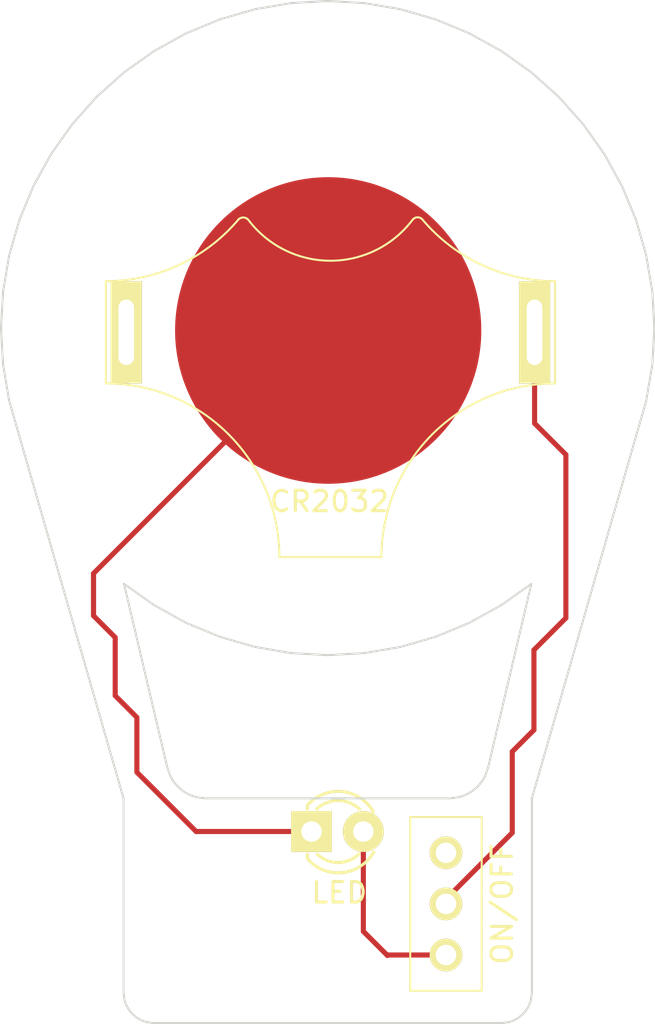
<source format=kicad_pcb>
(kicad_pcb (version 4) (host pcbnew 4.0.4-stable)

  (general
    (links 4)
    (no_connects 2)
    (area 116.455599 73.089199 148.555601 123.189201)
    (thickness 1.6)
    (drawings 94)
    (tracks 22)
    (zones 0)
    (modules 3)
    (nets 5)
  )

  (page A4)
  (layers
    (0 F.Cu signal)
    (31 B.Cu signal)
    (32 B.Adhes user)
    (33 F.Adhes user)
    (34 B.Paste user)
    (35 F.Paste user)
    (36 B.SilkS user)
    (37 F.SilkS user)
    (38 B.Mask user)
    (39 F.Mask user)
    (40 Dwgs.User user)
    (41 Cmts.User user)
    (42 Eco1.User user)
    (43 Eco2.User user)
    (44 Edge.Cuts user)
    (45 Margin user)
    (46 B.CrtYd user)
    (47 F.CrtYd user)
    (48 B.Fab user)
    (49 F.Fab user)
  )

  (setup
    (last_trace_width 0.25)
    (trace_clearance 0.2)
    (zone_clearance 0.508)
    (zone_45_only no)
    (trace_min 0.2)
    (segment_width 0.2)
    (edge_width 0.2)
    (via_size 0.6)
    (via_drill 0.4)
    (via_min_size 0.4)
    (via_min_drill 0.3)
    (uvia_size 0.3)
    (uvia_drill 0.1)
    (uvias_allowed no)
    (uvia_min_size 0.2)
    (uvia_min_drill 0.1)
    (pcb_text_width 0.3)
    (pcb_text_size 1.5 1.5)
    (mod_edge_width 0.15)
    (mod_text_size 1 1)
    (mod_text_width 0.15)
    (pad_size 5.5 5.5)
    (pad_drill 4)
    (pad_to_mask_clearance 0.2)
    (aux_axis_origin 0 0)
    (visible_elements 7FFFFFFF)
    (pcbplotparams
      (layerselection 0x010fc_80000001)
      (usegerberextensions true)
      (excludeedgelayer true)
      (linewidth 0.100000)
      (plotframeref false)
      (viasonmask false)
      (mode 1)
      (useauxorigin false)
      (hpglpennumber 1)
      (hpglpenspeed 20)
      (hpglpendiameter 15)
      (hpglpenoverlay 2)
      (psnegative false)
      (psa4output false)
      (plotreference true)
      (plotvalue true)
      (plotinvisibletext false)
      (padsonsilk false)
      (subtractmaskfromsilk false)
      (outputformat 1)
      (mirror false)
      (drillshape 0)
      (scaleselection 1)
      (outputdirectory Gerber/))
  )

  (net 0 "")
  (net 1 "Net-(BT1-Pad1)")
  (net 2 GND)
  (net 3 "Net-(D1-Pad2)")
  (net 4 "Net-(SW2-Pad1)")

  (net_class Default "This is the default net class."
    (clearance 0.2)
    (trace_width 0.25)
    (via_dia 0.6)
    (via_drill 0.4)
    (uvia_dia 0.3)
    (uvia_drill 0.1)
    (add_net GND)
    (add_net "Net-(BT1-Pad1)")
    (add_net "Net-(D1-Pad2)")
    (add_net "Net-(SW2-Pad1)")
  )

  (module CR2032:CR2032 (layer F.Cu) (tedit 5797639A) (tstamp 57976167)
    (at 132.6388 89.3445)
    (path /570E4477)
    (fp_text reference BT1 (at 0 8.89) (layer F.SilkS) hide
      (effects (font (size 1 1) (thickness 0.15)))
    )
    (fp_text value CR2032 (at -0.0508 8.27278 180) (layer F.SilkS)
      (effects (font (size 1 1) (thickness 0.15)))
    )
    (fp_line (start 4.488815 -5.536079) (end 4.520751 -5.5) (layer F.SilkS) (width 0.1))
    (fp_line (start 4.520751 -5.5) (end 4.609362 -5.395561) (layer F.SilkS) (width 0.1))
    (fp_line (start 4.609362 -5.395561) (end 4.796155 -5.189465) (layer F.SilkS) (width 0.1))
    (fp_line (start 4.796155 -5.189465) (end 4.989592 -4.989592) (layer F.SilkS) (width 0.1))
    (fp_line (start 4.989592 -4.989592) (end 5.189465 -4.796155) (layer F.SilkS) (width 0.1))
    (fp_line (start 5.189465 -4.796155) (end 5.395561 -4.609362) (layer F.SilkS) (width 0.1))
    (fp_line (start 5.395561 -4.609362) (end 5.607657 -4.429411) (layer F.SilkS) (width 0.1))
    (fp_line (start 5.607657 -4.429411) (end 5.825528 -4.256497) (layer F.SilkS) (width 0.1))
    (fp_line (start 5.825528 -4.256497) (end 6.04894 -4.090803) (layer F.SilkS) (width 0.1))
    (fp_line (start 6.04894 -4.090803) (end 6.277653 -3.932508) (layer F.SilkS) (width 0.1))
    (fp_line (start 6.277653 -3.932508) (end 6.511423 -3.781781) (layer F.SilkS) (width 0.1))
    (fp_line (start 6.511423 -3.781781) (end 6.75 -3.638784) (layer F.SilkS) (width 0.1))
    (fp_line (start 6.75 -3.638784) (end 6.993128 -3.503669) (layer F.SilkS) (width 0.1))
    (fp_line (start 6.993128 -3.503669) (end 7.240546 -3.376582) (layer F.SilkS) (width 0.1))
    (fp_line (start 7.240546 -3.376582) (end 7.49199 -3.257657) (layer F.SilkS) (width 0.1))
    (fp_line (start 7.49199 -3.257657) (end 7.747191 -3.147024) (layer F.SilkS) (width 0.1))
    (fp_line (start 7.747191 -3.147024) (end 8.005875 -3.0448) (layer F.SilkS) (width 0.1))
    (fp_line (start 8.005875 -3.0448) (end 8.267765 -2.951094) (layer F.SilkS) (width 0.1))
    (fp_line (start 8.267765 -2.951094) (end 8.53258 -2.866007) (layer F.SilkS) (width 0.1))
    (fp_line (start 8.53258 -2.866007) (end 8.800038 -2.78963) (layer F.SilkS) (width 0.1))
    (fp_line (start 8.800038 -2.78963) (end 9.069852 -2.722046) (layer F.SilkS) (width 0.1))
    (fp_line (start 9.069852 -2.722046) (end 9.341732 -2.663325) (layer F.SilkS) (width 0.1))
    (fp_line (start 9.341732 -2.663325) (end 9.615388 -2.613532) (layer F.SilkS) (width 0.1))
    (fp_line (start 9.615388 -2.613532) (end 9.890527 -2.572719) (layer F.SilkS) (width 0.1))
    (fp_line (start 9.890527 -2.572719) (end 10.166854 -2.54093) (layer F.SilkS) (width 0.1))
    (fp_line (start 10.166854 -2.54093) (end 10.444073 -2.518199) (layer F.SilkS) (width 0.1))
    (fp_line (start 10.444073 -2.518199) (end 10.721888 -2.504551) (layer F.SilkS) (width 0.1))
    (fp_line (start 10.721888 -2.504551) (end 11 -2.5) (layer F.SilkS) (width 0.1))
    (fp_line (start 11 -2.5) (end 11 2.5) (layer F.SilkS) (width 0.1))
    (fp_line (start 11 2.5) (end 10.721888 2.504551) (layer F.SilkS) (width 0.1))
    (fp_line (start 10.721888 2.504551) (end 10.444073 2.518199) (layer F.SilkS) (width 0.1))
    (fp_line (start 10.444073 2.518199) (end 10.166854 2.54093) (layer F.SilkS) (width 0.1))
    (fp_line (start 10.166854 2.54093) (end 9.890527 2.572719) (layer F.SilkS) (width 0.1))
    (fp_line (start 9.890527 2.572719) (end 9.615388 2.613532) (layer F.SilkS) (width 0.1))
    (fp_line (start 9.615388 2.613532) (end 9.341732 2.663325) (layer F.SilkS) (width 0.1))
    (fp_line (start 9.341732 2.663325) (end 9.069852 2.722046) (layer F.SilkS) (width 0.1))
    (fp_line (start 9.069852 2.722046) (end 8.800038 2.78963) (layer F.SilkS) (width 0.1))
    (fp_line (start 8.800038 2.78963) (end 8.53258 2.866007) (layer F.SilkS) (width 0.1))
    (fp_line (start 8.53258 2.866007) (end 8.267765 2.951094) (layer F.SilkS) (width 0.1))
    (fp_line (start 8.267765 2.951094) (end 8.005875 3.0448) (layer F.SilkS) (width 0.1))
    (fp_line (start 8.005875 3.0448) (end 7.747191 3.147024) (layer F.SilkS) (width 0.1))
    (fp_line (start 7.747191 3.147024) (end 7.49199 3.257657) (layer F.SilkS) (width 0.1))
    (fp_line (start 7.49199 3.257657) (end 7.240546 3.376582) (layer F.SilkS) (width 0.1))
    (fp_line (start 7.240546 3.376582) (end 6.993128 3.503669) (layer F.SilkS) (width 0.1))
    (fp_line (start 6.993128 3.503669) (end 6.75 3.638784) (layer F.SilkS) (width 0.1))
    (fp_line (start 6.75 3.638784) (end 6.511423 3.781781) (layer F.SilkS) (width 0.1))
    (fp_line (start 6.511423 3.781781) (end 6.277653 3.932508) (layer F.SilkS) (width 0.1))
    (fp_line (start 6.277653 3.932508) (end 6.04894 4.090803) (layer F.SilkS) (width 0.1))
    (fp_line (start 6.04894 4.090803) (end 5.825528 4.256497) (layer F.SilkS) (width 0.1))
    (fp_line (start 5.825528 4.256497) (end 5.607657 4.429411) (layer F.SilkS) (width 0.1))
    (fp_line (start 5.607657 4.429411) (end 5.395561 4.609362) (layer F.SilkS) (width 0.1))
    (fp_line (start 5.395561 4.609362) (end 5.189465 4.796155) (layer F.SilkS) (width 0.1))
    (fp_line (start 5.189465 4.796155) (end 4.989592 4.989592) (layer F.SilkS) (width 0.1))
    (fp_line (start 4.989592 4.989592) (end 4.796155 5.189465) (layer F.SilkS) (width 0.1))
    (fp_line (start 4.796155 5.189465) (end 4.609362 5.395561) (layer F.SilkS) (width 0.1))
    (fp_line (start 4.609362 5.395561) (end 4.429411 5.607657) (layer F.SilkS) (width 0.1))
    (fp_line (start 4.429411 5.607657) (end 4.256497 5.825528) (layer F.SilkS) (width 0.1))
    (fp_line (start 4.256497 5.825528) (end 4.090803 6.04894) (layer F.SilkS) (width 0.1))
    (fp_line (start 4.090803 6.04894) (end 3.932508 6.277653) (layer F.SilkS) (width 0.1))
    (fp_line (start 3.932508 6.277653) (end 3.781781 6.511423) (layer F.SilkS) (width 0.1))
    (fp_line (start 3.781781 6.511423) (end 3.638784 6.75) (layer F.SilkS) (width 0.1))
    (fp_line (start 3.638784 6.75) (end 3.503669 6.993128) (layer F.SilkS) (width 0.1))
    (fp_line (start 3.503669 6.993128) (end 3.376582 7.240546) (layer F.SilkS) (width 0.1))
    (fp_line (start 3.376582 7.240546) (end 3.257657 7.49199) (layer F.SilkS) (width 0.1))
    (fp_line (start 3.257657 7.49199) (end 3.147024 7.747191) (layer F.SilkS) (width 0.1))
    (fp_line (start 3.147024 7.747191) (end 3.0448 8.005875) (layer F.SilkS) (width 0.1))
    (fp_line (start 3.0448 8.005875) (end 2.951094 8.267765) (layer F.SilkS) (width 0.1))
    (fp_line (start 2.951094 8.267765) (end 2.866007 8.53258) (layer F.SilkS) (width 0.1))
    (fp_line (start 2.866007 8.53258) (end 2.78963 8.800038) (layer F.SilkS) (width 0.1))
    (fp_line (start 2.78963 8.800038) (end 2.722046 9.069852) (layer F.SilkS) (width 0.1))
    (fp_line (start 2.722046 9.069852) (end 2.663325 9.341732) (layer F.SilkS) (width 0.1))
    (fp_line (start 2.663325 9.341732) (end 2.613532 9.615388) (layer F.SilkS) (width 0.1))
    (fp_line (start 2.613532 9.615388) (end 2.572719 9.890527) (layer F.SilkS) (width 0.1))
    (fp_line (start 2.572719 9.890527) (end 2.54093 10.166854) (layer F.SilkS) (width 0.1))
    (fp_line (start 2.54093 10.166854) (end 2.518199 10.444073) (layer F.SilkS) (width 0.1))
    (fp_line (start 2.518199 10.444073) (end 2.504551 10.721888) (layer F.SilkS) (width 0.1))
    (fp_line (start 2.504551 10.721888) (end 2.5 11) (layer F.SilkS) (width 0.1))
    (fp_line (start 2.5 11) (end -2.5 11) (layer F.SilkS) (width 0.1))
    (fp_line (start -2.5 11) (end -2.504551 10.721888) (layer F.SilkS) (width 0.1))
    (fp_line (start -2.504551 10.721888) (end -2.518199 10.444073) (layer F.SilkS) (width 0.1))
    (fp_line (start -2.518199 10.444073) (end -2.54093 10.166854) (layer F.SilkS) (width 0.1))
    (fp_line (start -2.54093 10.166854) (end -2.572719 9.890527) (layer F.SilkS) (width 0.1))
    (fp_line (start -2.572719 9.890527) (end -2.613532 9.615388) (layer F.SilkS) (width 0.1))
    (fp_line (start -2.613532 9.615388) (end -2.663325 9.341732) (layer F.SilkS) (width 0.1))
    (fp_line (start -2.663325 9.341732) (end -2.722046 9.069852) (layer F.SilkS) (width 0.1))
    (fp_line (start -2.722046 9.069852) (end -2.78963 8.800038) (layer F.SilkS) (width 0.1))
    (fp_line (start -2.78963 8.800038) (end -2.866007 8.53258) (layer F.SilkS) (width 0.1))
    (fp_line (start -2.866007 8.53258) (end -2.951094 8.267765) (layer F.SilkS) (width 0.1))
    (fp_line (start -2.951094 8.267765) (end -3.0448 8.005875) (layer F.SilkS) (width 0.1))
    (fp_line (start -3.0448 8.005875) (end -3.147024 7.747191) (layer F.SilkS) (width 0.1))
    (fp_line (start -3.147024 7.747191) (end -3.257657 7.49199) (layer F.SilkS) (width 0.1))
    (fp_line (start -3.257657 7.49199) (end -3.376582 7.240546) (layer F.SilkS) (width 0.1))
    (fp_line (start -3.376582 7.240546) (end -3.503669 6.993128) (layer F.SilkS) (width 0.1))
    (fp_line (start -3.503669 6.993128) (end -3.638784 6.75) (layer F.SilkS) (width 0.1))
    (fp_line (start -3.638784 6.75) (end -3.781781 6.511423) (layer F.SilkS) (width 0.1))
    (fp_line (start -3.781781 6.511423) (end -3.932508 6.277653) (layer F.SilkS) (width 0.1))
    (fp_line (start -3.932508 6.277653) (end -4.090803 6.04894) (layer F.SilkS) (width 0.1))
    (fp_line (start -4.090803 6.04894) (end -4.256497 5.825528) (layer F.SilkS) (width 0.1))
    (fp_line (start -4.256497 5.825528) (end -4.429411 5.607657) (layer F.SilkS) (width 0.1))
    (fp_line (start -4.429411 5.607657) (end -4.609362 5.395561) (layer F.SilkS) (width 0.1))
    (fp_line (start -4.609362 5.395561) (end -4.796155 5.189465) (layer F.SilkS) (width 0.1))
    (fp_line (start -4.796155 5.189465) (end -4.989592 4.989592) (layer F.SilkS) (width 0.1))
    (fp_line (start -4.989592 4.989592) (end -5.189465 4.796155) (layer F.SilkS) (width 0.1))
    (fp_line (start -5.189465 4.796155) (end -5.395561 4.609362) (layer F.SilkS) (width 0.1))
    (fp_line (start -5.395561 4.609362) (end -5.607657 4.429411) (layer F.SilkS) (width 0.1))
    (fp_line (start -5.607657 4.429411) (end -5.825528 4.256497) (layer F.SilkS) (width 0.1))
    (fp_line (start -5.825528 4.256497) (end -6.04894 4.090803) (layer F.SilkS) (width 0.1))
    (fp_line (start -6.04894 4.090803) (end -6.277653 3.932508) (layer F.SilkS) (width 0.1))
    (fp_line (start -6.277653 3.932508) (end -6.511423 3.781781) (layer F.SilkS) (width 0.1))
    (fp_line (start -6.511423 3.781781) (end -6.75 3.638784) (layer F.SilkS) (width 0.1))
    (fp_line (start -6.75 3.638784) (end -6.993128 3.503669) (layer F.SilkS) (width 0.1))
    (fp_line (start -6.993128 3.503669) (end -7.240546 3.376582) (layer F.SilkS) (width 0.1))
    (fp_line (start -7.240546 3.376582) (end -7.49199 3.257657) (layer F.SilkS) (width 0.1))
    (fp_line (start -7.49199 3.257657) (end -7.747191 3.147024) (layer F.SilkS) (width 0.1))
    (fp_line (start -7.747191 3.147024) (end -8.005875 3.0448) (layer F.SilkS) (width 0.1))
    (fp_line (start -8.005875 3.0448) (end -8.267765 2.951094) (layer F.SilkS) (width 0.1))
    (fp_line (start -8.267765 2.951094) (end -8.53258 2.866007) (layer F.SilkS) (width 0.1))
    (fp_line (start -8.53258 2.866007) (end -8.800038 2.78963) (layer F.SilkS) (width 0.1))
    (fp_line (start -8.800038 2.78963) (end -9.069852 2.722046) (layer F.SilkS) (width 0.1))
    (fp_line (start -9.069852 2.722046) (end -9.341732 2.663325) (layer F.SilkS) (width 0.1))
    (fp_line (start -9.341732 2.663325) (end -9.615388 2.613532) (layer F.SilkS) (width 0.1))
    (fp_line (start -9.615388 2.613532) (end -9.890527 2.572719) (layer F.SilkS) (width 0.1))
    (fp_line (start -9.890527 2.572719) (end -10.166854 2.54093) (layer F.SilkS) (width 0.1))
    (fp_line (start -10.166854 2.54093) (end -10.444073 2.518199) (layer F.SilkS) (width 0.1))
    (fp_line (start -10.444073 2.518199) (end -10.721888 2.504551) (layer F.SilkS) (width 0.1))
    (fp_line (start -10.721888 2.504551) (end -11 2.5) (layer F.SilkS) (width 0.1))
    (fp_line (start -11 2.5) (end -11 -2.5) (layer F.SilkS) (width 0.1))
    (fp_line (start -11 -2.5) (end -10.721888 -2.504551) (layer F.SilkS) (width 0.1))
    (fp_line (start -10.721888 -2.504551) (end -10.444073 -2.518199) (layer F.SilkS) (width 0.1))
    (fp_line (start -10.444073 -2.518199) (end -10.166854 -2.54093) (layer F.SilkS) (width 0.1))
    (fp_line (start -10.166854 -2.54093) (end -9.890527 -2.572719) (layer F.SilkS) (width 0.1))
    (fp_line (start -9.890527 -2.572719) (end -9.615388 -2.613532) (layer F.SilkS) (width 0.1))
    (fp_line (start -9.615388 -2.613532) (end -9.341732 -2.663325) (layer F.SilkS) (width 0.1))
    (fp_line (start -9.341732 -2.663325) (end -9.069852 -2.722046) (layer F.SilkS) (width 0.1))
    (fp_line (start -9.069852 -2.722046) (end -8.800038 -2.78963) (layer F.SilkS) (width 0.1))
    (fp_line (start -8.800038 -2.78963) (end -8.53258 -2.866007) (layer F.SilkS) (width 0.1))
    (fp_line (start -8.53258 -2.866007) (end -8.267765 -2.951094) (layer F.SilkS) (width 0.1))
    (fp_line (start -8.267765 -2.951094) (end -8.005875 -3.0448) (layer F.SilkS) (width 0.1))
    (fp_line (start -8.005875 -3.0448) (end -7.747191 -3.147024) (layer F.SilkS) (width 0.1))
    (fp_line (start -7.747191 -3.147024) (end -7.49199 -3.257657) (layer F.SilkS) (width 0.1))
    (fp_line (start -7.49199 -3.257657) (end -7.240546 -3.376582) (layer F.SilkS) (width 0.1))
    (fp_line (start -7.240546 -3.376582) (end -6.993128 -3.503669) (layer F.SilkS) (width 0.1))
    (fp_line (start -6.993128 -3.503669) (end -6.75 -3.638784) (layer F.SilkS) (width 0.1))
    (fp_line (start -6.75 -3.638784) (end -6.511423 -3.781781) (layer F.SilkS) (width 0.1))
    (fp_line (start -6.511423 -3.781781) (end -6.277653 -3.932508) (layer F.SilkS) (width 0.1))
    (fp_line (start -6.277653 -3.932508) (end -6.04894 -4.090803) (layer F.SilkS) (width 0.1))
    (fp_line (start -6.04894 -4.090803) (end -5.825528 -4.256497) (layer F.SilkS) (width 0.1))
    (fp_line (start -5.825528 -4.256497) (end -5.607657 -4.429411) (layer F.SilkS) (width 0.1))
    (fp_line (start -5.607657 -4.429411) (end -5.395561 -4.609362) (layer F.SilkS) (width 0.1))
    (fp_line (start -5.395561 -4.609362) (end -5.189465 -4.796155) (layer F.SilkS) (width 0.1))
    (fp_line (start -5.189465 -4.796155) (end -4.989592 -4.989592) (layer F.SilkS) (width 0.1))
    (fp_line (start -4.989592 -4.989592) (end -4.796155 -5.189465) (layer F.SilkS) (width 0.1))
    (fp_line (start -4.796155 -5.189465) (end -4.609362 -5.395561) (layer F.SilkS) (width 0.1))
    (fp_line (start -4.609362 -5.395561) (end -4.520751 -5.5) (layer F.SilkS) (width 0.1))
    (fp_line (start -4.520751 -5.5) (end -4.487589 -5.533786) (layer F.SilkS) (width 0.1))
    (fp_line (start -4.487589 -5.533786) (end -4.449907 -5.562445) (layer F.SilkS) (width 0.1))
    (fp_line (start -4.449907 -5.562445) (end -4.408491 -5.58538) (layer F.SilkS) (width 0.1))
    (fp_line (start -4.408491 -5.58538) (end -4.364204 -5.602112) (layer F.SilkS) (width 0.1))
    (fp_line (start -4.364204 -5.602112) (end -4.31797 -5.612293) (layer F.SilkS) (width 0.1))
    (fp_line (start -4.31797 -5.612293) (end -4.270751 -5.61571) (layer F.SilkS) (width 0.1))
    (fp_line (start -4.270751 -5.61571) (end -4.223533 -5.612293) (layer F.SilkS) (width 0.1))
    (fp_line (start -4.223533 -5.612293) (end -4.177298 -5.602112) (layer F.SilkS) (width 0.1))
    (fp_line (start -4.177298 -5.602112) (end -4.133012 -5.58538) (layer F.SilkS) (width 0.1))
    (fp_line (start -4.133012 -5.58538) (end -4.091596 -5.562445) (layer F.SilkS) (width 0.1))
    (fp_line (start -4.091596 -5.562445) (end -4.053914 -5.533786) (layer F.SilkS) (width 0.1))
    (fp_line (start -4.053914 -5.533786) (end -4.020751 -5.5) (layer F.SilkS) (width 0.1))
    (fp_line (start -4.020751 -5.5) (end -3.90081 -5.347629) (layer F.SilkS) (width 0.1))
    (fp_line (start -3.90081 -5.347629) (end -3.775098 -5.199984) (layer F.SilkS) (width 0.1))
    (fp_line (start -3.775098 -5.199984) (end -3.643802 -5.057282) (layer F.SilkS) (width 0.1))
    (fp_line (start -3.643802 -5.057282) (end -3.507115 -4.919735) (layer F.SilkS) (width 0.1))
    (fp_line (start -3.507115 -4.919735) (end -3.365239 -4.787546) (layer F.SilkS) (width 0.1))
    (fp_line (start -3.365239 -4.787546) (end -3.218385 -4.66091) (layer F.SilkS) (width 0.1))
    (fp_line (start -3.218385 -4.66091) (end -3.06677 -4.540016) (layer F.SilkS) (width 0.1))
    (fp_line (start -3.06677 -4.540016) (end -2.910617 -4.425041) (layer F.SilkS) (width 0.1))
    (fp_line (start -2.910617 -4.425041) (end -2.750159 -4.316157) (layer F.SilkS) (width 0.1))
    (fp_line (start -2.750159 -4.316157) (end -2.585633 -4.213523) (layer F.SilkS) (width 0.1))
    (fp_line (start -2.585633 -4.213523) (end -2.417281 -4.117293) (layer F.SilkS) (width 0.1))
    (fp_line (start -2.417281 -4.117293) (end -2.245353 -4.027607) (layer F.SilkS) (width 0.1))
    (fp_line (start -2.245353 -4.027607) (end -2.070103 -3.9446) (layer F.SilkS) (width 0.1))
    (fp_line (start -2.070103 -3.9446) (end -1.891791 -3.868393) (layer F.SilkS) (width 0.1))
    (fp_line (start -1.891791 -3.868393) (end -1.710681 -3.7991) (layer F.SilkS) (width 0.1))
    (fp_line (start -1.710681 -3.7991) (end -1.527039 -3.736823) (layer F.SilkS) (width 0.1))
    (fp_line (start -1.527039 -3.736823) (end -1.341139 -3.681653) (layer F.SilkS) (width 0.1))
    (fp_line (start -1.341139 -3.681653) (end -1.153254 -3.633674) (layer F.SilkS) (width 0.1))
    (fp_line (start -1.153254 -3.633674) (end -0.963663 -3.592955) (layer F.SilkS) (width 0.1))
    (fp_line (start -0.963663 -3.592955) (end -0.772647 -3.559557) (layer F.SilkS) (width 0.1))
    (fp_line (start -0.772647 -3.559557) (end -0.580488 -3.53353) (layer F.SilkS) (width 0.1))
    (fp_line (start -0.580488 -3.53353) (end -0.38747 -3.514911) (layer F.SilkS) (width 0.1))
    (fp_line (start -0.38747 -3.514911) (end -0.193878 -3.503729) (layer F.SilkS) (width 0.1))
    (fp_line (start -0.193878 -3.503729) (end 0 -3.5) (layer F.SilkS) (width 0.1))
    (fp_line (start 0 -3.5) (end 0.193878 -3.503729) (layer F.SilkS) (width 0.1))
    (fp_line (start 0.193878 -3.503729) (end 0.38747 -3.514911) (layer F.SilkS) (width 0.1))
    (fp_line (start 0.38747 -3.514911) (end 0.580488 -3.53353) (layer F.SilkS) (width 0.1))
    (fp_line (start 0.580488 -3.53353) (end 0.772647 -3.559557) (layer F.SilkS) (width 0.1))
    (fp_line (start 0.772647 -3.559557) (end 0.963663 -3.592955) (layer F.SilkS) (width 0.1))
    (fp_line (start 0.963663 -3.592955) (end 1.153254 -3.633674) (layer F.SilkS) (width 0.1))
    (fp_line (start 1.153254 -3.633674) (end 1.341139 -3.681653) (layer F.SilkS) (width 0.1))
    (fp_line (start 1.341139 -3.681653) (end 1.527039 -3.736823) (layer F.SilkS) (width 0.1))
    (fp_line (start 1.527039 -3.736823) (end 1.710681 -3.7991) (layer F.SilkS) (width 0.1))
    (fp_line (start 1.710681 -3.7991) (end 1.891791 -3.868393) (layer F.SilkS) (width 0.1))
    (fp_line (start 1.891791 -3.868393) (end 2.070103 -3.9446) (layer F.SilkS) (width 0.1))
    (fp_line (start 2.070103 -3.9446) (end 2.245353 -4.027607) (layer F.SilkS) (width 0.1))
    (fp_line (start 2.245353 -4.027607) (end 2.417281 -4.117293) (layer F.SilkS) (width 0.1))
    (fp_line (start 2.417281 -4.117293) (end 2.585633 -4.213523) (layer F.SilkS) (width 0.1))
    (fp_line (start 2.585633 -4.213523) (end 2.750159 -4.316157) (layer F.SilkS) (width 0.1))
    (fp_line (start 2.750159 -4.316157) (end 2.910617 -4.425041) (layer F.SilkS) (width 0.1))
    (fp_line (start 2.910617 -4.425041) (end 3.06677 -4.540016) (layer F.SilkS) (width 0.1))
    (fp_line (start 3.06677 -4.540016) (end 3.218385 -4.66091) (layer F.SilkS) (width 0.1))
    (fp_line (start 3.218385 -4.66091) (end 3.365239 -4.787546) (layer F.SilkS) (width 0.1))
    (fp_line (start 3.365239 -4.787546) (end 3.507115 -4.919735) (layer F.SilkS) (width 0.1))
    (fp_line (start 3.507115 -4.919735) (end 3.643802 -5.057282) (layer F.SilkS) (width 0.1))
    (fp_line (start 3.643802 -5.057282) (end 3.775098 -5.199984) (layer F.SilkS) (width 0.1))
    (fp_line (start 3.775098 -5.199984) (end 3.90081 -5.347629) (layer F.SilkS) (width 0.1))
    (fp_line (start 3.90081 -5.347629) (end 4.020751 -5.5) (layer F.SilkS) (width 0.1))
    (fp_line (start 4.020751 -5.5) (end 4.052688 -5.536079) (layer F.SilkS) (width 0.1))
    (fp_line (start 4.052688 -5.536079) (end 4.089777 -5.566838) (layer F.SilkS) (width 0.1))
    (fp_line (start 4.089777 -5.566838) (end 4.131141 -5.59155) (layer F.SilkS) (width 0.1))
    (fp_line (start 4.131141 -5.59155) (end 4.175804 -5.60963) (layer F.SilkS) (width 0.1))
    (fp_line (start 4.175804 -5.60963) (end 4.22271 -5.620652) (layer F.SilkS) (width 0.1))
    (fp_line (start 4.22271 -5.620652) (end 4.270751 -5.624355) (layer F.SilkS) (width 0.1))
    (fp_line (start 4.270751 -5.624355) (end 4.318793 -5.620652) (layer F.SilkS) (width 0.1))
    (fp_line (start 4.318793 -5.620652) (end 4.365699 -5.60963) (layer F.SilkS) (width 0.1))
    (fp_line (start 4.365699 -5.60963) (end 4.410362 -5.59155) (layer F.SilkS) (width 0.1))
    (fp_line (start 4.410362 -5.59155) (end 4.451726 -5.566838) (layer F.SilkS) (width 0.1))
    (fp_line (start 4.451726 -5.566838) (end 4.488815 -5.536079) (layer F.SilkS) (width 0.1))
    (fp_line (start 10 0) (end 9.914449 1.305262) (layer F.Fab) (width 0.1))
    (fp_line (start 9.914449 1.305262) (end 9.659258 2.58819) (layer F.Fab) (width 0.1))
    (fp_line (start 9.659258 2.58819) (end 9.238795 3.826834) (layer F.Fab) (width 0.1))
    (fp_line (start 9.238795 3.826834) (end 8.660254 5) (layer F.Fab) (width 0.1))
    (fp_line (start 8.660254 5) (end 7.933533 6.087614) (layer F.Fab) (width 0.1))
    (fp_line (start 7.933533 6.087614) (end 7.071068 7.071068) (layer F.Fab) (width 0.1))
    (fp_line (start 7.071068 7.071068) (end 6.087614 7.933533) (layer F.Fab) (width 0.1))
    (fp_line (start 6.087614 7.933533) (end 5 8.660254) (layer F.Fab) (width 0.1))
    (fp_line (start 5 8.660254) (end 3.826834 9.238795) (layer F.Fab) (width 0.1))
    (fp_line (start 3.826834 9.238795) (end 2.58819 9.659258) (layer F.Fab) (width 0.1))
    (fp_line (start 2.58819 9.659258) (end 1.305262 9.914449) (layer F.Fab) (width 0.1))
    (fp_line (start 1.305262 9.914449) (end 0 10) (layer F.Fab) (width 0.1))
    (fp_line (start 0 10) (end -1.305262 9.914449) (layer F.Fab) (width 0.1))
    (fp_line (start -1.305262 9.914449) (end -2.58819 9.659258) (layer F.Fab) (width 0.1))
    (fp_line (start -2.58819 9.659258) (end -3.826834 9.238795) (layer F.Fab) (width 0.1))
    (fp_line (start -3.826834 9.238795) (end -5 8.660254) (layer F.Fab) (width 0.1))
    (fp_line (start -5 8.660254) (end -6.087614 7.933533) (layer F.Fab) (width 0.1))
    (fp_line (start -6.087614 7.933533) (end -7.071068 7.071068) (layer F.Fab) (width 0.1))
    (fp_line (start -7.071068 7.071068) (end -7.933533 6.087614) (layer F.Fab) (width 0.1))
    (fp_line (start -7.933533 6.087614) (end -8.660254 5) (layer F.Fab) (width 0.1))
    (fp_line (start -8.660254 5) (end -9.238795 3.826834) (layer F.Fab) (width 0.1))
    (fp_line (start -9.238795 3.826834) (end -9.659258 2.58819) (layer F.Fab) (width 0.1))
    (fp_line (start -9.659258 2.58819) (end -9.914449 1.305262) (layer F.Fab) (width 0.1))
    (fp_line (start -9.914449 1.305262) (end -10 0) (layer F.Fab) (width 0.1))
    (fp_line (start -10 0) (end -9.914449 -1.305262) (layer F.Fab) (width 0.1))
    (fp_line (start -9.914449 -1.305262) (end -9.659258 -2.58819) (layer F.Fab) (width 0.1))
    (fp_line (start -9.659258 -2.58819) (end -9.238795 -3.826834) (layer F.Fab) (width 0.1))
    (fp_line (start -9.238795 -3.826834) (end -8.660254 -5) (layer F.Fab) (width 0.1))
    (fp_line (start -8.660254 -5) (end -7.933533 -6.087614) (layer F.Fab) (width 0.1))
    (fp_line (start -7.933533 -6.087614) (end -7.071068 -7.071068) (layer F.Fab) (width 0.1))
    (fp_line (start -7.071068 -7.071068) (end -6.087614 -7.933533) (layer F.Fab) (width 0.1))
    (fp_line (start -6.087614 -7.933533) (end -5 -8.660254) (layer F.Fab) (width 0.1))
    (fp_line (start -5 -8.660254) (end -3.826834 -9.238795) (layer F.Fab) (width 0.1))
    (fp_line (start -3.826834 -9.238795) (end -2.58819 -9.659258) (layer F.Fab) (width 0.1))
    (fp_line (start -2.58819 -9.659258) (end -1.305262 -9.914449) (layer F.Fab) (width 0.1))
    (fp_line (start -1.305262 -9.914449) (end 0 -10) (layer F.Fab) (width 0.1))
    (fp_line (start 0 -10) (end 1.305262 -9.914449) (layer F.Fab) (width 0.1))
    (fp_line (start 1.305262 -9.914449) (end 2.58819 -9.659258) (layer F.Fab) (width 0.1))
    (fp_line (start 2.58819 -9.659258) (end 3.826834 -9.238795) (layer F.Fab) (width 0.1))
    (fp_line (start 3.826834 -9.238795) (end 5 -8.660254) (layer F.Fab) (width 0.1))
    (fp_line (start 5 -8.660254) (end 6.087614 -7.933533) (layer F.Fab) (width 0.1))
    (fp_line (start 6.087614 -7.933533) (end 7.071068 -7.071068) (layer F.Fab) (width 0.1))
    (fp_line (start 7.071068 -7.071068) (end 7.933533 -6.087614) (layer F.Fab) (width 0.1))
    (fp_line (start 7.933533 -6.087614) (end 8.660254 -5) (layer F.Fab) (width 0.1))
    (fp_line (start 8.660254 -5) (end 9.238795 -3.826834) (layer F.Fab) (width 0.1))
    (fp_line (start 9.238795 -3.826834) (end 9.659258 -2.58819) (layer F.Fab) (width 0.1))
    (fp_line (start 9.659258 -2.58819) (end 9.914449 -1.305262) (layer F.Fab) (width 0.1))
    (fp_line (start 9.914449 -1.305262) (end 10 0) (layer F.Fab) (width 0.1))
    (pad 1 thru_hole rect (at 10 0) (size 1.524 5) (drill oval 0.762 3.2) (layers *.Cu *.Mask F.SilkS)
      (net 1 "Net-(BT1-Pad1)"))
    (pad 1 thru_hole rect (at -10 0) (size 1.524 5) (drill oval 0.762 3.2) (layers *.Cu *.Mask F.SilkS)
      (net 1 "Net-(BT1-Pad1)"))
    (pad 2 smd circle (at -0.10922 -0.0884) (size 15 15) (layers F.Cu F.Paste F.Mask)
      (net 2 GND))
  )

  (module LEDs:LED-3MM (layer F.Cu) (tedit 579762A9) (tstamp 5797616D)
    (at 131.7117 113.7666)
    (descr "LED 3mm round vertical")
    (tags "LED  3mm round vertical")
    (path /570E461B)
    (fp_text reference D1 (at 1.93294 2.99212) (layer F.SilkS) hide
      (effects (font (size 1 1) (thickness 0.15)))
    )
    (fp_text value LED (at 1.36398 2.99212) (layer F.SilkS)
      (effects (font (size 1 1) (thickness 0.15)))
    )
    (fp_line (start -1.2 2.3) (end 3.8 2.3) (layer F.CrtYd) (width 0.05))
    (fp_line (start 3.8 2.3) (end 3.8 -2.2) (layer F.CrtYd) (width 0.05))
    (fp_line (start 3.8 -2.2) (end -1.2 -2.2) (layer F.CrtYd) (width 0.05))
    (fp_line (start -1.2 -2.2) (end -1.2 2.3) (layer F.CrtYd) (width 0.05))
    (fp_line (start -0.199 1.314) (end -0.199 1.114) (layer F.SilkS) (width 0.15))
    (fp_line (start -0.199 -1.28) (end -0.199 -1.1) (layer F.SilkS) (width 0.15))
    (fp_arc (start 1.301 0.034) (end -0.199 -1.286) (angle 108.5) (layer F.SilkS) (width 0.15))
    (fp_arc (start 1.301 0.034) (end 0.25 -1.1) (angle 85.7) (layer F.SilkS) (width 0.15))
    (fp_arc (start 1.311 0.034) (end 3.051 0.994) (angle 110) (layer F.SilkS) (width 0.15))
    (fp_arc (start 1.301 0.034) (end 2.335 1.094) (angle 87.5) (layer F.SilkS) (width 0.15))
    (fp_text user K (at 0.28702 3.03276) (layer F.SilkS) hide
      (effects (font (size 1 1) (thickness 0.15)))
    )
    (pad 1 thru_hole rect (at 0 0 90) (size 2 2) (drill 1.00076) (layers *.Cu *.Mask F.SilkS)
      (net 2 GND))
    (pad 2 thru_hole circle (at 2.54 0) (size 2 2) (drill 1.00076) (layers *.Cu *.Mask F.SilkS)
      (net 3 "Net-(D1-Pad2)"))
    (model LEDs.3dshapes/LED-3MM.wrl
      (at (xyz 0.05 0 0))
      (scale (xyz 1 1 1))
      (rotate (xyz 0 0 90))
    )
  )

  (module ESPlant:SS12D00 (layer F.Cu) (tedit 57976267) (tstamp 57976180)
    (at 138.29792 117.30736 270)
    (path /570E44F3)
    (fp_text reference SW2 (at 0 2.5 270) (layer F.SilkS) hide
      (effects (font (size 0.8 0.8) (thickness 0.12)))
    )
    (fp_text value ON/OFF (at 0.00762 -2.75082 270) (layer F.SilkS)
      (effects (font (size 1 1) (thickness 0.15)))
    )
    (fp_line (start -4.25 1.75) (end -4.25 -1.75) (layer F.SilkS) (width 0.1))
    (fp_line (start 4.25 1.75) (end -4.25 1.75) (layer F.SilkS) (width 0.1))
    (fp_line (start 4.25 -1.75) (end 4.25 1.75) (layer F.SilkS) (width 0.1))
    (fp_line (start -4.25 -1.75) (end 4.25 -1.75) (layer F.SilkS) (width 0.1))
    (pad 2 thru_hole circle (at 0 0 270) (size 1.6 1.6) (drill 1) (layers *.Cu *.Mask F.SilkS)
      (net 1 "Net-(BT1-Pad1)"))
    (pad 1 thru_hole circle (at -2.5 0 270) (size 1.6 1.6) (drill 1) (layers *.Cu *.Mask F.SilkS)
      (net 4 "Net-(SW2-Pad1)"))
    (pad 3 thru_hole circle (at 2.5 0 270) (size 1.6 1.6) (drill 1) (layers *.Cu *.Mask F.SilkS)
      (net 3 "Net-(D1-Pad2)"))
  )

  (gr_line (start 125.877941 112.0264) (end 126.082404 112.088743) (layer Edge.Cuts) (width 0.1))
  (gr_line (start 125.681542 111.942027) (end 125.877941 112.0264) (layer Edge.Cuts) (width 0.1))
  (gr_line (start 125.495573 111.836638) (end 125.681542 111.942027) (layer Edge.Cuts) (width 0.1))
  (gr_line (start 125.322273 111.711504) (end 125.495573 111.836638) (layer Edge.Cuts) (width 0.1))
  (gr_line (start 125.16373 111.568131) (end 125.322273 111.711504) (layer Edge.Cuts) (width 0.1))
  (gr_line (start 125.021854 111.408247) (end 125.16373 111.568131) (layer Edge.Cuts) (width 0.1))
  (gr_line (start 124.898354 111.233779) (end 125.021854 111.408247) (layer Edge.Cuts) (width 0.1))
  (gr_line (start 124.794719 111.046827) (end 124.898354 111.233779) (layer Edge.Cuts) (width 0.1))
  (gr_line (start 124.651778 110.644603) (end 124.794719 111.046827) (layer Edge.Cuts) (width 0.1))
  (gr_line (start 122.529763 101.648504) (end 124.651778 110.644603) (layer Edge.Cuts) (width 0.1))
  (gr_line (start 123.993087 102.686787) (end 122.529763 101.648504) (layer Edge.Cuts) (width 0.1))
  (gr_line (start 125.56346 103.554702) (end 123.993087 102.686787) (layer Edge.Cuts) (width 0.1))
  (gr_line (start 127.221135 104.241333) (end 125.56346 103.554702) (layer Edge.Cuts) (width 0.1))
  (gr_line (start 128.945265 104.738047) (end 127.221135 104.241333) (layer Edge.Cuts) (width 0.1))
  (gr_line (start 130.714168 105.038595) (end 128.945265 104.738047) (layer Edge.Cuts) (width 0.1))
  (gr_line (start 132.5056 105.1392) (end 130.714168 105.038595) (layer Edge.Cuts) (width 0.1))
  (gr_line (start 134.297032 105.038595) (end 132.5056 105.1392) (layer Edge.Cuts) (width 0.1))
  (gr_line (start 136.065935 104.738047) (end 134.297032 105.038595) (layer Edge.Cuts) (width 0.1))
  (gr_line (start 137.790065 104.241333) (end 136.065935 104.738047) (layer Edge.Cuts) (width 0.1))
  (gr_line (start 139.44774 103.554702) (end 137.790065 104.241333) (layer Edge.Cuts) (width 0.1))
  (gr_line (start 141.018113 102.686787) (end 139.44774 103.554702) (layer Edge.Cuts) (width 0.1))
  (gr_line (start 142.481437 101.648504) (end 141.018113 102.686787) (layer Edge.Cuts) (width 0.1))
  (gr_line (start 140.359422 110.644603) (end 142.481437 101.648504) (layer Edge.Cuts) (width 0.1))
  (gr_line (start 140.216481 111.046827) (end 140.359422 110.644603) (layer Edge.Cuts) (width 0.1))
  (gr_line (start 140.112846 111.233779) (end 140.216481 111.046827) (layer Edge.Cuts) (width 0.1))
  (gr_line (start 139.989346 111.408247) (end 140.112846 111.233779) (layer Edge.Cuts) (width 0.1))
  (gr_line (start 139.84747 111.568131) (end 139.989346 111.408247) (layer Edge.Cuts) (width 0.1))
  (gr_line (start 139.688927 111.711504) (end 139.84747 111.568131) (layer Edge.Cuts) (width 0.1))
  (gr_line (start 139.515627 111.836638) (end 139.688927 111.711504) (layer Edge.Cuts) (width 0.1))
  (gr_line (start 139.329658 111.942027) (end 139.515627 111.836638) (layer Edge.Cuts) (width 0.1))
  (gr_line (start 139.133259 112.0264) (end 139.329658 111.942027) (layer Edge.Cuts) (width 0.1))
  (gr_line (start 138.928796 112.088743) (end 139.133259 112.0264) (layer Edge.Cuts) (width 0.1))
  (gr_line (start 138.5056 112.144603) (end 138.928796 112.088743) (layer Edge.Cuts) (width 0.1))
  (gr_line (start 126.5056 112.144603) (end 138.5056 112.144603) (layer Edge.Cuts) (width 0.1))
  (gr_line (start 126.082404 112.088743) (end 126.5056 112.144603) (layer Edge.Cuts) (width 0.1))
  (gr_line (start 141.394074 123.087126) (end 141.0056 123.1392) (layer Edge.Cuts) (width 0.1))
  (gr_line (start 141.579916 123.02362) (end 141.394074 123.087126) (layer Edge.Cuts) (width 0.1))
  (gr_line (start 141.755898 122.936437) (end 141.579916 123.02362) (layer Edge.Cuts) (width 0.1))
  (gr_line (start 141.919017 122.827065) (end 141.755898 122.936437) (layer Edge.Cuts) (width 0.1))
  (gr_line (start 142.066493 122.697368) (end 141.919017 122.827065) (layer Edge.Cuts) (width 0.1))
  (gr_line (start 142.195811 122.54956) (end 142.066493 122.697368) (layer Edge.Cuts) (width 0.1))
  (gr_line (start 142.304764 122.38616) (end 142.195811 122.54956) (layer Edge.Cuts) (width 0.1))
  (gr_line (start 142.391494 122.209955) (end 142.304764 122.38616) (layer Edge.Cuts) (width 0.1))
  (gr_line (start 142.454524 122.02395) (end 142.391494 122.209955) (layer Edge.Cuts) (width 0.1))
  (gr_line (start 142.5056 121.635344) (end 142.454524 122.02395) (layer Edge.Cuts) (width 0.1))
  (gr_line (start 142.5056 112.144603) (end 142.5056 121.635344) (layer Edge.Cuts) (width 0.1))
  (gr_line (start 147.607733 94.423665) (end 142.5056 112.144603) (layer Edge.Cuts) (width 0.1))
  (gr_line (start 148.104447 92.699535) (end 147.607733 94.423665) (layer Edge.Cuts) (width 0.1))
  (gr_line (start 148.404995 90.930632) (end 148.104447 92.699535) (layer Edge.Cuts) (width 0.1))
  (gr_line (start 148.5056 89.1392) (end 148.404995 90.930632) (layer Edge.Cuts) (width 0.1))
  (gr_line (start 148.404995 87.347768) (end 148.5056 89.1392) (layer Edge.Cuts) (width 0.1))
  (gr_line (start 148.104447 85.578865) (end 148.404995 87.347768) (layer Edge.Cuts) (width 0.1))
  (gr_line (start 147.607733 83.854735) (end 148.104447 85.578865) (layer Edge.Cuts) (width 0.1))
  (gr_line (start 146.921102 82.19706) (end 147.607733 83.854735) (layer Edge.Cuts) (width 0.1))
  (gr_line (start 146.053187 80.626687) (end 146.921102 82.19706) (layer Edge.Cuts) (width 0.1))
  (gr_line (start 145.014904 79.163363) (end 146.053187 80.626687) (layer Edge.Cuts) (width 0.1))
  (gr_line (start 143.819308 77.825492) (end 145.014904 79.163363) (layer Edge.Cuts) (width 0.1))
  (gr_line (start 142.481437 76.629896) (end 143.819308 77.825492) (layer Edge.Cuts) (width 0.1))
  (gr_line (start 141.018113 75.591613) (end 142.481437 76.629896) (layer Edge.Cuts) (width 0.1))
  (gr_line (start 139.44774 74.723698) (end 141.018113 75.591613) (layer Edge.Cuts) (width 0.1))
  (gr_line (start 137.790065 74.037067) (end 139.44774 74.723698) (layer Edge.Cuts) (width 0.1))
  (gr_line (start 136.065935 73.540353) (end 137.790065 74.037067) (layer Edge.Cuts) (width 0.1))
  (gr_line (start 134.297032 73.239805) (end 136.065935 73.540353) (layer Edge.Cuts) (width 0.1))
  (gr_line (start 132.5056 73.1392) (end 134.297032 73.239805) (layer Edge.Cuts) (width 0.1))
  (gr_line (start 130.714168 73.239805) (end 132.5056 73.1392) (layer Edge.Cuts) (width 0.1))
  (gr_line (start 128.945265 73.540353) (end 130.714168 73.239805) (layer Edge.Cuts) (width 0.1))
  (gr_line (start 127.221135 74.037067) (end 128.945265 73.540353) (layer Edge.Cuts) (width 0.1))
  (gr_line (start 125.56346 74.723698) (end 127.221135 74.037067) (layer Edge.Cuts) (width 0.1))
  (gr_line (start 123.993087 75.591613) (end 125.56346 74.723698) (layer Edge.Cuts) (width 0.1))
  (gr_line (start 122.529763 76.629896) (end 123.993087 75.591613) (layer Edge.Cuts) (width 0.1))
  (gr_line (start 121.191892 77.825492) (end 122.529763 76.629896) (layer Edge.Cuts) (width 0.1))
  (gr_line (start 119.996296 79.163363) (end 121.191892 77.825492) (layer Edge.Cuts) (width 0.1))
  (gr_line (start 118.958013 80.626687) (end 119.996296 79.163363) (layer Edge.Cuts) (width 0.1))
  (gr_line (start 118.090098 82.19706) (end 118.958013 80.626687) (layer Edge.Cuts) (width 0.1))
  (gr_line (start 117.403467 83.854735) (end 118.090098 82.19706) (layer Edge.Cuts) (width 0.1))
  (gr_line (start 116.906753 85.578865) (end 117.403467 83.854735) (layer Edge.Cuts) (width 0.1))
  (gr_line (start 116.606205 87.347768) (end 116.906753 85.578865) (layer Edge.Cuts) (width 0.1))
  (gr_line (start 116.5056 89.1392) (end 116.606205 87.347768) (layer Edge.Cuts) (width 0.1))
  (gr_line (start 116.606205 90.930632) (end 116.5056 89.1392) (layer Edge.Cuts) (width 0.1))
  (gr_line (start 116.906753 92.699535) (end 116.606205 90.930632) (layer Edge.Cuts) (width 0.1))
  (gr_line (start 117.403467 94.423665) (end 116.906753 92.699535) (layer Edge.Cuts) (width 0.1))
  (gr_line (start 122.5056 112.144603) (end 117.403467 94.423665) (layer Edge.Cuts) (width 0.1))
  (gr_line (start 122.5056 121.635344) (end 122.5056 112.144603) (layer Edge.Cuts) (width 0.1))
  (gr_line (start 122.556676 122.02395) (end 122.5056 121.635344) (layer Edge.Cuts) (width 0.1))
  (gr_line (start 122.619706 122.209955) (end 122.556676 122.02395) (layer Edge.Cuts) (width 0.1))
  (gr_line (start 122.706436 122.38616) (end 122.619706 122.209955) (layer Edge.Cuts) (width 0.1))
  (gr_line (start 122.815389 122.54956) (end 122.706436 122.38616) (layer Edge.Cuts) (width 0.1))
  (gr_line (start 122.944707 122.697368) (end 122.815389 122.54956) (layer Edge.Cuts) (width 0.1))
  (gr_line (start 123.092183 122.827065) (end 122.944707 122.697368) (layer Edge.Cuts) (width 0.1))
  (gr_line (start 123.255302 122.936437) (end 123.092183 122.827065) (layer Edge.Cuts) (width 0.1))
  (gr_line (start 123.431284 123.02362) (end 123.255302 122.936437) (layer Edge.Cuts) (width 0.1))
  (gr_line (start 123.617126 123.087126) (end 123.431284 123.02362) (layer Edge.Cuts) (width 0.1))
  (gr_line (start 124.0056 123.1392) (end 123.617126 123.087126) (layer Edge.Cuts) (width 0.1))
  (gr_line (start 141.0056 123.1392) (end 124.0056 123.1392) (layer Edge.Cuts) (width 0.1))

  (segment (start 138.29792 117.30736) (end 138.29792 117.07368) (width 0.25) (layer F.Cu) (net 1))
  (segment (start 138.29792 117.07368) (end 141.54404 113.82756) (width 0.25) (layer F.Cu) (net 1) (tstamp 579769E0))
  (segment (start 141.54404 113.82756) (end 141.54404 109.86008) (width 0.25) (layer F.Cu) (net 1) (tstamp 579769E1))
  (segment (start 141.54404 109.86008) (end 142.60576 108.79836) (width 0.25) (layer F.Cu) (net 1) (tstamp 579769E3))
  (segment (start 142.60576 108.79836) (end 142.60576 104.88676) (width 0.25) (layer F.Cu) (net 1) (tstamp 579769E4))
  (segment (start 142.60576 104.88676) (end 144.1704 103.32212) (width 0.25) (layer F.Cu) (net 1) (tstamp 579769E6))
  (segment (start 144.1704 103.32212) (end 144.1704 95.33128) (width 0.25) (layer F.Cu) (net 1) (tstamp 579769E8))
  (segment (start 144.1704 95.33128) (end 142.6388 93.79968) (width 0.25) (layer F.Cu) (net 1) (tstamp 579769EA))
  (segment (start 142.6388 93.79968) (end 142.6388 89.3445) (width 0.25) (layer F.Cu) (net 1) (tstamp 579769EB))
  (segment (start 131.7117 113.7666) (end 126.0602 113.7666) (width 0.25) (layer F.Cu) (net 2))
  (segment (start 121.03608 101.1428) (end 132.52958 89.6493) (width 0.25) (layer F.Cu) (net 2) (tstamp 579769F8))
  (segment (start 121.03608 103.21036) (end 121.03608 101.1428) (width 0.25) (layer F.Cu) (net 2) (tstamp 579769F7))
  (segment (start 122.0978 104.27208) (end 121.03608 103.21036) (width 0.25) (layer F.Cu) (net 2) (tstamp 579769F6))
  (segment (start 122.0978 107.12196) (end 122.0978 104.27208) (width 0.25) (layer F.Cu) (net 2) (tstamp 579769F4))
  (segment (start 123.15952 108.18368) (end 122.0978 107.12196) (width 0.25) (layer F.Cu) (net 2) (tstamp 579769F3))
  (segment (start 123.15952 110.86592) (end 123.15952 108.18368) (width 0.25) (layer F.Cu) (net 2) (tstamp 579769F1))
  (segment (start 126.0602 113.7666) (end 123.15952 110.86592) (width 0.25) (layer F.Cu) (net 2) (tstamp 579769EF))
  (segment (start 132.52958 89.6493) (end 132.52958 89.2561) (width 0.25) (layer F.Cu) (net 2) (tstamp 579769F9))
  (segment (start 134.2517 113.7666) (end 134.2517 118.6517) (width 0.25) (layer F.Cu) (net 3))
  (segment (start 134.2517 118.6517) (end 135.43 119.83) (width 0.25) (layer F.Cu) (net 3))
  (segment (start 135.43 119.83) (end 135.45264 119.80736) (width 0.25) (layer F.Cu) (net 3))
  (segment (start 135.45264 119.80736) (end 138.29792 119.80736) (width 0.25) (layer F.Cu) (net 3))

)

</source>
